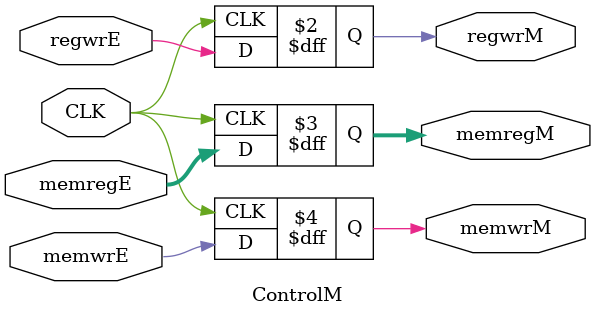
<source format=v>
`timescale 1ns / 1ps
module ControlM	(input CLK ,  

						 input regwrE , 				// for writing to the register file
						 input [1:0] memregE ,		// value to write into the register file												
						 input memwrE ,				// for writing to the data memory
															
						 output reg regwrM , 		
						 output reg [1:0] memregM ,
						 output reg memwrM );	
																
always @(posedge CLK) begin	// push values on the rising edge of the clock

		regwrM  <= regwrE;
		memregM <= memregE;
		memwrM  <= memwrE;	

end

endmodule

</source>
